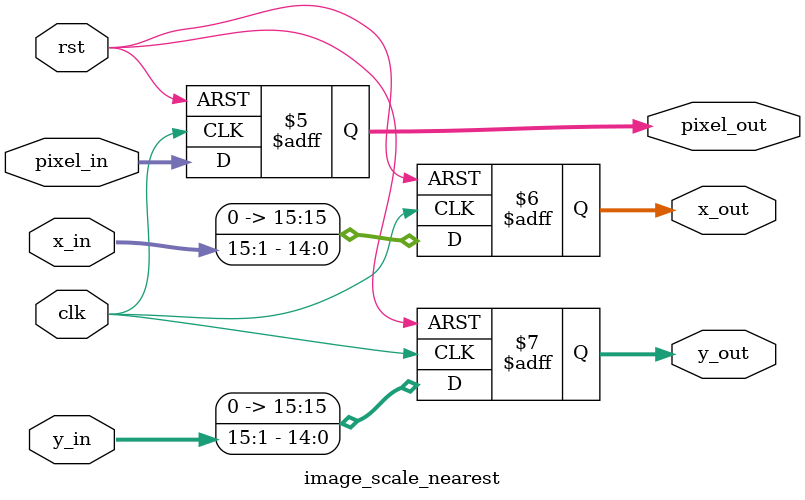
<source format=v>
module image_scale_nearest #(
    parameter DATA_WIDTH = 8,
    parameter IMG_WIDTH = 640,
    parameter IMG_HEIGHT = 480,
    parameter SCALE_FACTOR = 2  // 放大倍数，假设为整数
)(
    input wire clk,
    input wire rst,
    input wire [DATA_WIDTH-1:0] pixel_in,
    input wire [15:0] x_in,
    input wire [15:0] y_in,
    output reg [DATA_WIDTH-1:0] pixel_out,
    output reg [15:0] x_out,
    output reg [15:0] y_out
);
    always @(posedge clk or negedge rst) begin
        if (!rst) begin
            x_out <= 0;
            y_out <= 0;
            pixel_out <= 0;
        end else begin
            // 缩放处理，使用位移运算优化除法
            x_out <= x_in >> $clog2(SCALE_FACTOR);
            y_out <= y_in >> $clog2(SCALE_FACTOR);
            pixel_out <= pixel_in;
        end
    end
endmodule

</source>
